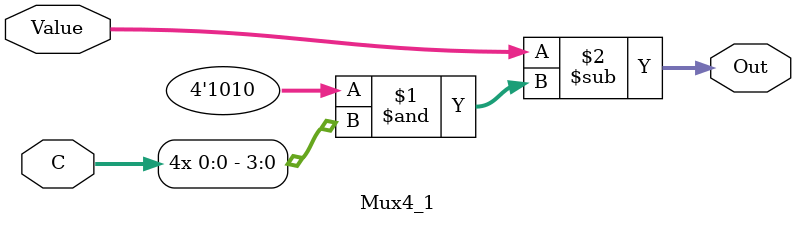
<source format=v>
module Lab2(HEX0, HEX1, SW);
	output [0:6] HEX0, HEX1;
	input [9:0] SW;
	wire C;
	wire [3:0] Val;
	
	Comparator Com(SW[3:0], C);
	Mux4_1 Display1(SW[3:0], C, Val);
	
	BCD_7seg Segment1(Val, HEX0);
	BCD_7seg1 Segment2(C, HEX1);
	
endmodule

//normal 7 seg decoder
module BCD_7seg1(Value, Display);
    input Value;
    output [0:6] Display;

    assign Display[0:6] = (~Value) ? 7'b0000001 : 7'b1001111;
endmodule

module BCD_7seg(Value, Display);
	input [3:0] Value;
	output [0:6] Display;
	
	assign Display[0] = (Value[3] & Value[0] & (Value[2] ^ Value[1])) | (~Value[3] & ~Value[1] & (Value[2] ^ Value[0]));
	assign Display[1] = (Value[3] & Value[2] & (Value[1] | ~Value[0])) | (Value[3] & Value[1] & Value[0]) | (~Value[3] & Value[2] & (Value[1] ^ Value[0]));
	assign Display[2] = (Value[3] & Value[2] & (Value[1] | ~Value[0])) | (~Value[3] & ~Value[2] & Value[1] & ~Value[0]);
	assign Display[3] = (Value[2] & Value[1] & Value[0]) | (~Value[2] & ~Value[1] & Value[0]) | (~Value[3] & Value[2] & ~Value[1] & ~Value[0]) | (Value[3] & ~Value[2] & Value[1] & ~Value[0]);
	assign Display[4] = (~Value[3] & Value[2] & (~Value[1] | Value[0])) | (~Value[2] & Value[0] & (~Value[3] | ~Value[1]));
	assign Display[5] = (~Value[3] & ~Value[2] & (Value[1] | Value[0])) | (~Value[3] & Value[0] & (~Value[2] | Value[1])) | (Value[3] & Value[2] & ~Value[1] & Value[0]);
	assign Display[6] = (~Value[3] & ~Value[2] & ~Value[1]) | (~Value[3] & Value[2] & Value[1] & Value[0]) | (Value[3] & Value[2] & ~Value[1] & ~Value[0]);
	
endmodule

//compartator > 9

module Comparator(Value, Correction);
	
	input [3:0] Value;
	output Correction;
	
	assign Correction = (Value[3] & (Value[2] | Value[1]));
	
endmodule

//hex display
module Mux4_1(Value, C, Out);
	
	input [3:0] Value;
	input C;
	output [3:0] Out;
	
	assign Out = Value - (4'b1010 & {4{C}});
	
endmodule
</source>
